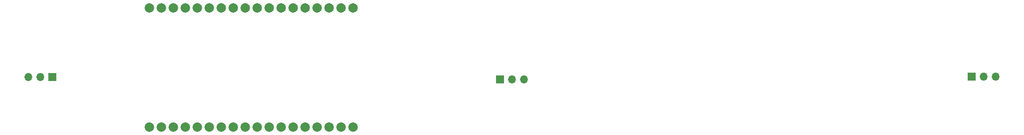
<source format=gbr>
%TF.GenerationSoftware,KiCad,Pcbnew,7.0.5-0*%
%TF.CreationDate,2023-08-08T15:43:03-04:00*%
%TF.ProjectId,Lemmingometre,4c656d6d-696e-4676-9f6d-657472652e6b,rev?*%
%TF.SameCoordinates,Original*%
%TF.FileFunction,Soldermask,Top*%
%TF.FilePolarity,Negative*%
%FSLAX46Y46*%
G04 Gerber Fmt 4.6, Leading zero omitted, Abs format (unit mm)*
G04 Created by KiCad (PCBNEW 7.0.5-0) date 2023-08-08 15:43:03*
%MOMM*%
%LPD*%
G01*
G04 APERTURE LIST*
%ADD10R,1.700000X1.700000*%
%ADD11O,1.700000X1.700000*%
%ADD12C,2.000000*%
G04 APERTURE END LIST*
D10*
%TO.C,J3*%
X237210000Y-83150000D03*
D11*
X239750000Y-83150000D03*
X242290000Y-83150000D03*
%TD*%
D10*
%TO.C,J1*%
X137160000Y-83820000D03*
D11*
X139700000Y-83820000D03*
X142240000Y-83820000D03*
%TD*%
D10*
%TO.C,J2*%
X42290000Y-83250000D03*
D11*
X39750000Y-83250000D03*
X37210000Y-83250000D03*
%TD*%
D12*
%TO.C,U1*%
X65400000Y-93950000D03*
X85720000Y-93950000D03*
X62860000Y-93950000D03*
X98420000Y-68550000D03*
X83180000Y-93950000D03*
X88260000Y-93950000D03*
X90800000Y-93950000D03*
X93340000Y-93950000D03*
X75560000Y-93950000D03*
X78100000Y-93950000D03*
X95880000Y-93950000D03*
X95880000Y-68550000D03*
X80640000Y-93950000D03*
X93340000Y-68550000D03*
X73020000Y-68550000D03*
X100960000Y-68550000D03*
X103500000Y-68550000D03*
X80640000Y-68550000D03*
X85720000Y-68550000D03*
X88260000Y-68550000D03*
X90800000Y-68550000D03*
X83180000Y-68550000D03*
X67940000Y-93950000D03*
X70480000Y-93950000D03*
X73020000Y-93950000D03*
X67940000Y-68550000D03*
X70480000Y-68550000D03*
X62860000Y-68550000D03*
X65400000Y-68550000D03*
X75560000Y-68550000D03*
X78100000Y-68550000D03*
X106040000Y-68550000D03*
X98420000Y-93950000D03*
X100960000Y-93950000D03*
X103500000Y-93950000D03*
X106040000Y-93950000D03*
%TD*%
M02*

</source>
